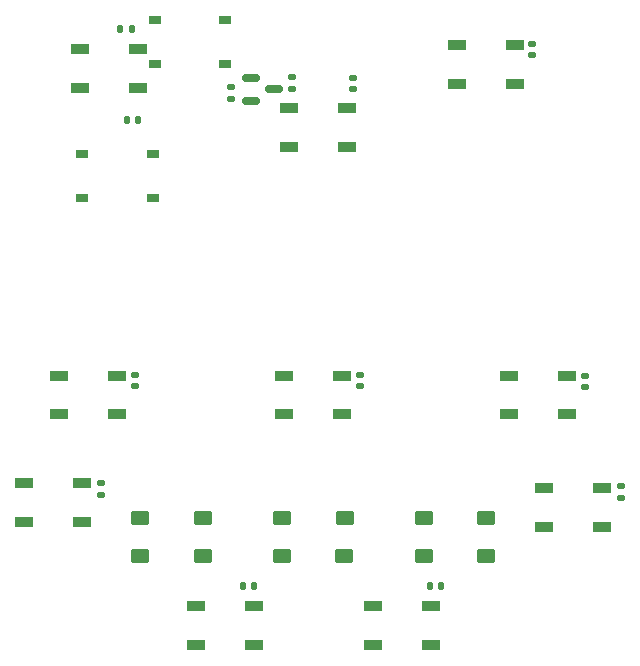
<source format=gbr>
%TF.GenerationSoftware,KiCad,Pcbnew,(7.0.0-0)*%
%TF.CreationDate,2023-04-23T13:29:19-05:00*%
%TF.ProjectId,RP2040,52503230-3430-42e6-9b69-6361645f7063,REV1*%
%TF.SameCoordinates,Original*%
%TF.FileFunction,Paste,Bot*%
%TF.FilePolarity,Positive*%
%FSLAX46Y46*%
G04 Gerber Fmt 4.6, Leading zero omitted, Abs format (unit mm)*
G04 Created by KiCad (PCBNEW (7.0.0-0)) date 2023-04-23 13:29:19*
%MOMM*%
%LPD*%
G01*
G04 APERTURE LIST*
G04 Aperture macros list*
%AMRoundRect*
0 Rectangle with rounded corners*
0 $1 Rounding radius*
0 $2 $3 $4 $5 $6 $7 $8 $9 X,Y pos of 4 corners*
0 Add a 4 corners polygon primitive as box body*
4,1,4,$2,$3,$4,$5,$6,$7,$8,$9,$2,$3,0*
0 Add four circle primitives for the rounded corners*
1,1,$1+$1,$2,$3*
1,1,$1+$1,$4,$5*
1,1,$1+$1,$6,$7*
1,1,$1+$1,$8,$9*
0 Add four rect primitives between the rounded corners*
20,1,$1+$1,$2,$3,$4,$5,0*
20,1,$1+$1,$4,$5,$6,$7,0*
20,1,$1+$1,$6,$7,$8,$9,0*
20,1,$1+$1,$8,$9,$2,$3,0*%
G04 Aperture macros list end*
%ADD10RoundRect,0.140000X-0.140000X-0.170000X0.140000X-0.170000X0.140000X0.170000X-0.140000X0.170000X0*%
%ADD11RoundRect,0.300000X0.500000X0.300000X-0.500000X0.300000X-0.500000X-0.300000X0.500000X-0.300000X0*%
%ADD12R,1.500000X0.900000*%
%ADD13R,1.000000X0.750000*%
%ADD14RoundRect,0.140000X-0.170000X0.140000X-0.170000X-0.140000X0.170000X-0.140000X0.170000X0.140000X0*%
%ADD15RoundRect,0.135000X-0.185000X0.135000X-0.185000X-0.135000X0.185000X-0.135000X0.185000X0.135000X0*%
%ADD16RoundRect,0.140000X0.140000X0.170000X-0.140000X0.170000X-0.140000X-0.170000X0.140000X-0.170000X0*%
%ADD17RoundRect,0.140000X0.170000X-0.140000X0.170000X0.140000X-0.170000X0.140000X-0.170000X-0.140000X0*%
%ADD18RoundRect,0.135000X0.185000X-0.135000X0.185000X0.135000X-0.185000X0.135000X-0.185000X-0.135000X0*%
%ADD19RoundRect,0.150000X-0.587500X-0.150000X0.587500X-0.150000X0.587500X0.150000X-0.587500X0.150000X0*%
G04 APERTURE END LIST*
D10*
%TO.C,R6*%
X-15780000Y16310000D03*
X-14820000Y16310000D03*
%TD*%
D11*
%TO.C,SW4*%
X14650000Y-17400000D03*
X9375000Y-17400000D03*
X14625000Y-20600000D03*
X9375000Y-20600000D03*
%TD*%
D12*
%TO.C,D10*%
X-14819999Y22319999D03*
X-14819999Y19019999D03*
X-19719999Y19019999D03*
X-19719999Y22319999D03*
%TD*%
D13*
%TO.C,SW1*%
X-7429999Y24774999D03*
X-13429999Y24774999D03*
X-7429999Y21024999D03*
X-13429999Y21024999D03*
%TD*%
D14*
%TO.C,C33*%
X-18000000Y-14470000D03*
X-18000000Y-15430000D03*
%TD*%
D15*
%TO.C,R9*%
X-6932500Y19100000D03*
X-6932500Y18080000D03*
%TD*%
D16*
%TO.C,C34*%
X-15370000Y23970000D03*
X-16330000Y23970000D03*
%TD*%
D11*
%TO.C,SW3*%
X-9350000Y-17400000D03*
X-14625000Y-17400000D03*
X-9375000Y-20600000D03*
X-14625000Y-20600000D03*
%TD*%
D14*
%TO.C,C27*%
X23020000Y-5350000D03*
X23020000Y-6310000D03*
%TD*%
D12*
%TO.C,D1*%
X-16599999Y-5349999D03*
X-16599999Y-8649999D03*
X-21499999Y-8649999D03*
X-21499999Y-5349999D03*
%TD*%
D14*
%TO.C,C25*%
X-15050000Y-5320000D03*
X-15050000Y-6280000D03*
%TD*%
%TO.C,C29*%
X18560000Y22750000D03*
X18560000Y21790000D03*
%TD*%
%TO.C,C26*%
X3960000Y-5310000D03*
X3960000Y-6270000D03*
%TD*%
D16*
%TO.C,C32*%
X-5010000Y-23170000D03*
X-5970000Y-23170000D03*
%TD*%
D12*
%TO.C,D3*%
X21499999Y-5349999D03*
X21499999Y-8649999D03*
X16599999Y-8649999D03*
X16599999Y-5349999D03*
%TD*%
D13*
%TO.C,SW2*%
X-19569999Y9679999D03*
X-13569999Y9679999D03*
X-19569999Y13429999D03*
X-13569999Y13429999D03*
%TD*%
D12*
%TO.C,D2*%
X2449999Y-5349999D03*
X2449999Y-8649999D03*
X-2449999Y-8649999D03*
X-2449999Y-5349999D03*
%TD*%
D14*
%TO.C,C30*%
X26045000Y-14745000D03*
X26045000Y-15705000D03*
%TD*%
D11*
%TO.C,SW5*%
X2650000Y-17400000D03*
X-2625000Y-17400000D03*
X2625000Y-20600000D03*
X-2625000Y-20600000D03*
%TD*%
D12*
%TO.C,D4*%
X2879999Y17259999D03*
X2879999Y13959999D03*
X-2019999Y13959999D03*
X-2019999Y17259999D03*
%TD*%
D17*
%TO.C,C28*%
X3360000Y18920000D03*
X3360000Y19880000D03*
%TD*%
D18*
%TO.C,R10*%
X-1805000Y18895000D03*
X-1805000Y19915000D03*
%TD*%
D12*
%TO.C,D8*%
X-5049999Y-24849999D03*
X-5049999Y-28149999D03*
X-9949999Y-28149999D03*
X-9949999Y-24849999D03*
%TD*%
%TO.C,D9*%
X-19579999Y-14449999D03*
X-19579999Y-17749999D03*
X-24479999Y-17749999D03*
X-24479999Y-14449999D03*
%TD*%
D19*
%TO.C,Q1*%
X-5230000Y17930000D03*
X-5230000Y19830000D03*
X-3355000Y18880000D03*
%TD*%
D12*
%TO.C,D6*%
X24474999Y-14854999D03*
X24474999Y-18154999D03*
X19574999Y-18154999D03*
X19574999Y-14854999D03*
%TD*%
%TO.C,D7*%
X9949999Y-24849999D03*
X9949999Y-28149999D03*
X5049999Y-28149999D03*
X5049999Y-24849999D03*
%TD*%
%TO.C,D5*%
X17059999Y22629999D03*
X17059999Y19329999D03*
X12159999Y19329999D03*
X12159999Y22629999D03*
%TD*%
D10*
%TO.C,C31*%
X9890000Y-23200000D03*
X10850000Y-23200000D03*
%TD*%
M02*

</source>
